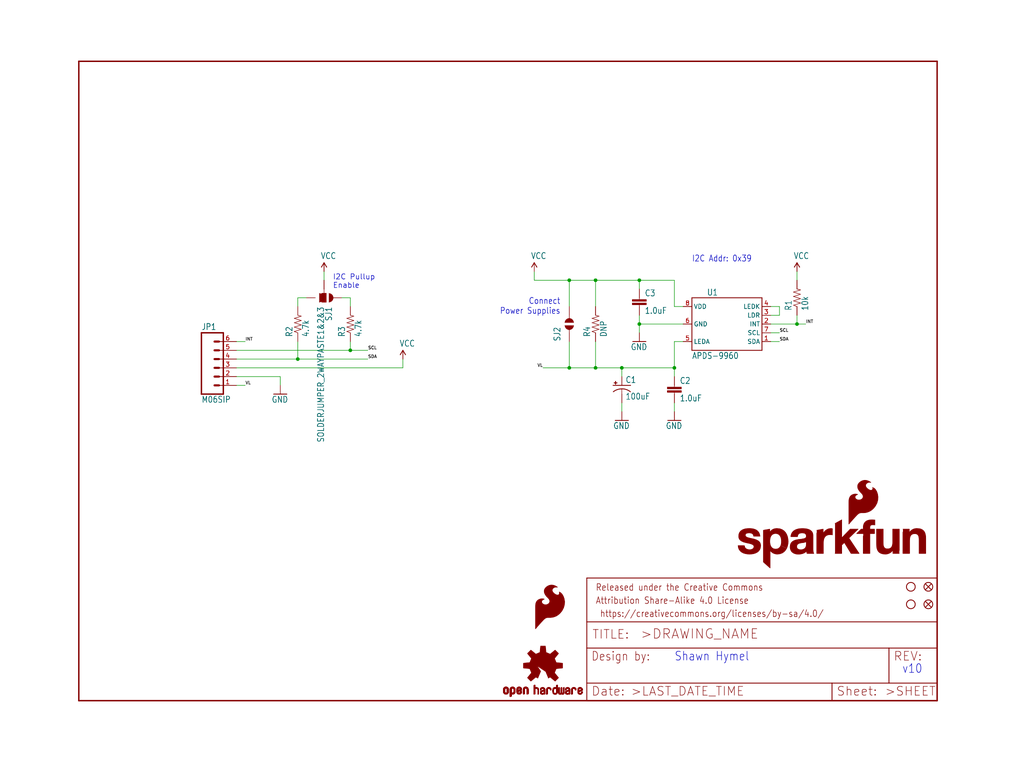
<source format=kicad_sch>
(kicad_sch (version 20211123) (generator eeschema)
  (paper "User" 297.002 223.926)
  (lib_symbols
    (symbol "eagleSchem-eagle-import:1.0UF-16V-10%(0603)"
      (property "Reference" "C" (at 1.524 2.921 0))
      (property "Value" "1.0UF-16V-10%(0603)" (at 1.524 -2.159 0))
      (symbol "1.0UF-16V-10%(0603)_1_0"
        (pin passive line (at 0 5.08 270) (length 2.54) (name "1") (number "1"))
        (pin passive line (at 0 -2.54 90) (length 2.54) (name "2") (number "2"))
      )
    )
    (symbol "eagleSchem-eagle-import:100UF-10V-10%(TANT)"
      (property "Reference" "C" (at 1.016 0.635 0))
      (property "Value" "100UF-10V-10%(TANT)" (at 1.016 -4.191 0))
      (symbol "100UF-10V-10%(TANT)_1_0"
        (pin passive line (at 0 2.54 270) (length 2.54) (name "+") (number "A"))
        (pin passive line (at 0 -5.08 90) (length 2.54) (name "-") (number "C"))
      )
    )
    (symbol "eagleSchem-eagle-import:10KOHM1{slash}10W1%(0603)0603"
      (property "Reference" "R" (at -3.81 1.4986 0))
      (property "Value" "10KOHM1{slash}10W1%(0603)0603" (at -3.81 -3.302 0))
      (symbol "10KOHM1{slash}10W1%(0603)0603_1_0"
        (pin passive line (at -5.08 0 0) (length 2.54) (name "1") (number "1"))
        (pin passive line (at 5.08 0 180) (length 2.54) (name "2") (number "2"))
      )
    )
    (symbol "eagleSchem-eagle-import:4.7KOHM1{slash}10W1%(0603)"
      (property "Reference" "R" (at -3.81 1.4986 0))
      (property "Value" "4.7KOHM1{slash}10W1%(0603)" (at -3.81 -3.302 0))
      (symbol "4.7KOHM1{slash}10W1%(0603)_1_0"
        (pin passive line (at -5.08 0 0) (length 2.54) (name "1") (number "1"))
        (pin passive line (at 5.08 0 180) (length 2.54) (name "2") (number "2"))
      )
    )
    (symbol "eagleSchem-eagle-import:APDS-9960"
      (property "Reference" "U" (at -2.54 10.16 0))
      (property "Value" "APDS-9960" (at -10.16 -10.16 0))
      (symbol "APDS-9960_1_0"
        (pin bidirectional line (at 12.7 -5.08 180) (length 2.54) (name "SDA") (number "1"))
        (pin bidirectional line (at 12.7 0 180) (length 2.54) (name "INT") (number "2"))
        (pin bidirectional line (at 12.7 2.54 180) (length 2.54) (name "LDR") (number "3"))
        (pin bidirectional line (at 12.7 5.08 180) (length 2.54) (name "LEDK") (number "4"))
        (pin bidirectional line (at -12.7 -5.08 0) (length 2.54) (name "LEDA") (number "5"))
        (pin bidirectional line (at -12.7 0 0) (length 2.54) (name "GND") (number "6"))
        (pin bidirectional line (at 12.7 -2.54 180) (length 2.54) (name "SCL") (number "7"))
        (pin bidirectional line (at -12.7 5.08 0) (length 2.54) (name "VDD") (number "8"))
      )
    )
    (symbol "eagleSchem-eagle-import:FIDUCIAL1X2")
    (symbol "eagleSchem-eagle-import:FRAME-LETTER"
      (symbol "FRAME-LETTER_2_0"
        (text " https://creativecommons.org/licenses/by-sa/4.0/" (at 2.54 24.13 0) (effects (font (size 1.9304 1.6408)) (justify left bottom)))
        (text ">DRAWING_NAME" (at 15.494 17.78 0) (effects (font (size 2.7432 2.7432)) (justify left bottom)))
        (text ">LAST_DATE_TIME" (at 12.7 1.27 0) (effects (font (size 2.54 2.54)) (justify left bottom)))
        (text ">SHEET" (at 86.36 1.27 0) (effects (font (size 2.54 2.54)) (justify left bottom)))
        (text "Attribution Share-Alike 4.0 License" (at 2.54 27.94 0) (effects (font (size 1.9304 1.6408)) (justify left bottom)))
        (text "Date:" (at 1.27 1.27 0) (effects (font (size 2.54 2.54)) (justify left bottom)))
        (text "Design by:" (at 1.27 11.43 0) (effects (font (size 2.54 2.159)) (justify left bottom)))
        (text "Released under the Creative Commons" (at 2.54 31.75 0) (effects (font (size 1.9304 1.6408)) (justify left bottom)))
        (text "REV:" (at 88.9 11.43 0) (effects (font (size 2.54 2.54)) (justify left bottom)))
        (text "Sheet:" (at 72.39 1.27 0) (effects (font (size 2.54 2.54)) (justify left bottom)))
        (text "TITLE:" (at 1.524 17.78 0) (effects (font (size 2.54 2.54)) (justify left bottom)))
      )
    )
    (symbol "eagleSchem-eagle-import:GND" (power)
      (property "Value" "GND" (at -2.54 -2.54 0))
      (symbol "GND_1_0"
        (pin power_in line (at 0 2.54 270) (length 2.54) (name "GND") (number "1"))
      )
    )
    (symbol "eagleSchem-eagle-import:M06SIP"
      (property "Reference" "JP" (at -5.08 10.922 0))
      (property "Value" "M06SIP" (at -5.08 -10.16 0))
      (symbol "M06SIP_1_0"
        (pin passive line (at 5.08 -5.08 180) (length 5.08) (name "1") (number "1"))
        (pin passive line (at 5.08 -2.54 180) (length 5.08) (name "2") (number "2"))
        (pin passive line (at 5.08 0 180) (length 5.08) (name "3") (number "3"))
        (pin passive line (at 5.08 2.54 180) (length 5.08) (name "4") (number "4"))
        (pin passive line (at 5.08 5.08 180) (length 5.08) (name "5") (number "5"))
        (pin passive line (at 5.08 7.62 180) (length 5.08) (name "6") (number "6"))
      )
    )
    (symbol "eagleSchem-eagle-import:OSHW-LOGOS")
    (symbol "eagleSchem-eagle-import:RESISTOR0603"
      (property "Reference" "R" (at -3.81 1.4986 0))
      (property "Value" "RESISTOR0603" (at -3.81 -3.302 0))
      (symbol "RESISTOR0603_1_0"
        (pin passive line (at -5.08 0 0) (length 2.54) (name "1") (number "1"))
        (pin passive line (at 5.08 0 180) (length 2.54) (name "2") (number "2"))
      )
    )
    (symbol "eagleSchem-eagle-import:SFE_LOGO_FLAME.1_INCH")
    (symbol "eagleSchem-eagle-import:SFE_LOGO_NAME_FLAME.1_INCH")
    (symbol "eagleSchem-eagle-import:SOLDERJUMPERNC"
      (property "Reference" "SJ" (at -2.54 2.54 0))
      (property "Value" "SOLDERJUMPERNC" (at -2.54 -5.08 0))
      (symbol "SOLDERJUMPERNC_1_0"
        (pin passive line (at -5.08 0 0) (length 2.54) (name "1") (number "1"))
        (pin passive line (at 5.08 0 180) (length 2.54) (name "2") (number "2"))
      )
    )
    (symbol "eagleSchem-eagle-import:SOLDERJUMPER_2WAYPASTE1&2&3"
      (property "Reference" "SJ" (at 2.54 0.381 0))
      (property "Value" "SOLDERJUMPER_2WAYPASTE1&2&3" (at 2.54 -1.905 0))
      (symbol "SOLDERJUMPER_2WAYPASTE1&2&3_1_0"
        (pin passive line (at 0 5.08 270) (length 2.54) (name "1") (number "1"))
        (pin passive line (at -5.08 0 0) (length 2.54) (name "2") (number "2"))
        (pin passive line (at 0 -5.08 90) (length 2.54) (name "3") (number "3"))
      )
    )
    (symbol "eagleSchem-eagle-import:STAND-OFF")
    (symbol "eagleSchem-eagle-import:VCC" (power)
      (property "Value" "VCC" (at -1.016 3.556 0))
      (symbol "VCC_1_0"
        (pin power_in line (at 0 0 90) (length 2.54) (name "VCC") (number "1"))
      )
    )
  )
  (junction (at 165.1 81.28))
  (junction (at 231.14 93.98))
  (junction (at 185.42 93.98))
  (junction (at 180.34 106.68))
  (junction (at 86.36 104.14))
  (junction (at 165.1 106.68))
  (junction (at 195.58 106.68))
  (junction (at 101.6 101.6))
  (junction (at 172.72 81.28))
  (junction (at 185.42 81.28))
  (junction (at 172.72 106.68))
  (wire (pts (xy 223.52 93.98) (xy 231.14 93.98)))
  (wire (pts (xy 185.42 93.98) (xy 185.42 96.52)))
  (wire (pts (xy 198.12 99.06) (xy 195.58 99.06)))
  (wire (pts (xy 165.1 106.68) (xy 157.48 106.68)))
  (wire (pts (xy 68.58 99.06) (xy 71.12 99.06)))
  (wire (pts (xy 116.84 106.68) (xy 116.84 104.14)))
  (wire (pts (xy 154.94 81.28) (xy 154.94 78.74)))
  (wire (pts (xy 93.98 78.74) (xy 93.98 81.28)))
  (wire (pts (xy 195.58 106.68) (xy 180.34 106.68)))
  (wire (pts (xy 101.6 99.06) (xy 101.6 101.6)))
  (wire (pts (xy 231.14 91.44) (xy 231.14 93.98)))
  (wire (pts (xy 68.58 101.6) (xy 101.6 101.6)))
  (wire (pts (xy 180.34 109.22) (xy 180.34 106.68)))
  (wire (pts (xy 185.42 81.28) (xy 172.72 81.28)))
  (wire (pts (xy 180.34 106.68) (xy 172.72 106.68)))
  (wire (pts (xy 165.1 99.06) (xy 165.1 106.68)))
  (wire (pts (xy 195.58 99.06) (xy 195.58 106.68)))
  (wire (pts (xy 226.06 88.9) (xy 226.06 91.44)))
  (wire (pts (xy 88.9 86.36) (xy 86.36 86.36)))
  (wire (pts (xy 195.58 106.68) (xy 195.58 109.22)))
  (wire (pts (xy 172.72 81.28) (xy 172.72 88.9)))
  (wire (pts (xy 68.58 104.14) (xy 86.36 104.14)))
  (wire (pts (xy 68.58 111.76) (xy 71.12 111.76)))
  (wire (pts (xy 223.52 99.06) (xy 226.06 99.06)))
  (wire (pts (xy 86.36 99.06) (xy 86.36 104.14)))
  (wire (pts (xy 195.58 119.38) (xy 195.58 116.84)))
  (wire (pts (xy 101.6 86.36) (xy 101.6 88.9)))
  (wire (pts (xy 185.42 83.82) (xy 185.42 81.28)))
  (wire (pts (xy 226.06 91.44) (xy 223.52 91.44)))
  (wire (pts (xy 231.14 78.74) (xy 231.14 81.28)))
  (wire (pts (xy 223.52 88.9) (xy 226.06 88.9)))
  (wire (pts (xy 81.28 109.22) (xy 81.28 111.76)))
  (wire (pts (xy 180.34 116.84) (xy 180.34 119.38)))
  (wire (pts (xy 172.72 99.06) (xy 172.72 106.68)))
  (wire (pts (xy 68.58 106.68) (xy 116.84 106.68)))
  (wire (pts (xy 101.6 101.6) (xy 106.68 101.6)))
  (wire (pts (xy 195.58 88.9) (xy 195.58 81.28)))
  (wire (pts (xy 86.36 86.36) (xy 86.36 88.9)))
  (wire (pts (xy 185.42 93.98) (xy 198.12 93.98)))
  (wire (pts (xy 185.42 91.44) (xy 185.42 93.98)))
  (wire (pts (xy 198.12 88.9) (xy 195.58 88.9)))
  (wire (pts (xy 165.1 81.28) (xy 165.1 88.9)))
  (wire (pts (xy 223.52 96.52) (xy 226.06 96.52)))
  (wire (pts (xy 172.72 106.68) (xy 165.1 106.68)))
  (wire (pts (xy 99.06 86.36) (xy 101.6 86.36)))
  (wire (pts (xy 165.1 81.28) (xy 154.94 81.28)))
  (wire (pts (xy 195.58 81.28) (xy 185.42 81.28)))
  (wire (pts (xy 68.58 109.22) (xy 81.28 109.22)))
  (wire (pts (xy 172.72 81.28) (xy 165.1 81.28)))
  (wire (pts (xy 86.36 104.14) (xy 106.68 104.14)))
  (wire (pts (xy 231.14 93.98) (xy 233.68 93.98)))
  (text "I2C Addr: 0x39" (at 200.66 76.2 180) (effects (font (size 1.778 1.5113)) (justify left bottom)))
  (text "Connect\nPower Supplies" (at 162.56 88.9 180) (effects (font (size 1.778 1.5113)) (justify right)))
  (text "I2C Pullup\nEnable" (at 96.52 83.82 180) (effects (font (size 1.524 1.524)) (justify left bottom)))
  (text "v10" (at 261.62 195.58 180) (effects (font (size 2.54 2.159)) (justify left bottom)))
  (text "Shawn Hymel" (at 195.58 190.5 180) (effects (font (size 2.54 2.159)) (justify left)))
  (label "SDA" (at 226.06 99.06 0) (effects (font (size 0.889 0.889))))
  (label "SDA" (at 106.68 104.14 0) (effects (font (size 0.889 0.889))))
  (label "SCL" (at 226.06 96.52 0) (effects (font (size 0.889 0.889))))
  (label "SCL" (at 106.68 101.6 0) (effects (font (size 0.889 0.889))))
  (label "VL" (at 157.48 106.68 180) (effects (font (size 0.889 0.889))))
  (label "INT" (at 71.12 99.06 0) (effects (font (size 0.889 0.889))))
  (label "INT" (at 233.68 93.98 0) (effects (font (size 0.889 0.889))))
  (label "VL" (at 71.12 111.76 0) (effects (font (size 0.889 0.889))))
  (symbol (lib_id "eagleSchem-eagle-import:RESISTOR0603") (at 172.72 93.98 90) (unit 1)
    (property "Reference" "R4" (at 171.2214 97.79 0) (effects (font (size 1.778 1.5113)) (justify left bottom)))
    (property "Value" "DNP" (at 176.022 97.79 0) (effects (font (size 1.778 1.5113)) (justify left bottom)))
    (property "Footprint" "eagleSchem:0603-RES" (effects hide))
  )
  (symbol (lib_id "eagleSchem-eagle-import:M06SIP") (at 63.5 106.68 0) (unit 1)
    (property "Reference" "JP1" (at 58.42 95.758 0) (effects (font (size 1.778 1.5113)) (justify left bottom)))
    (property "Value" "M06SIP" (at 58.42 116.84 0) (effects (font (size 1.778 1.5113)) (justify left bottom)))
    (property "Footprint" "eagleSchem:1X06" (effects hide))
  )
  (symbol (lib_id "eagleSchem-eagle-import:4.7KOHM1{slash}10W1%(0603)") (at 86.36 93.98 90) (unit 1)
    (property "Reference" "R2" (at 84.8614 97.79 0) (effects (font (size 1.778 1.5113)) (justify left bottom)))
    (property "Value" "4.7k" (at 89.662 97.79 0) (effects (font (size 1.778 1.5113)) (justify left bottom)))
    (property "Footprint" "eagleSchem:0603" (effects hide))
  )
  (symbol (lib_id "eagleSchem-eagle-import:GND") (at 185.42 99.06 0) (unit 1)
    (property "Reference" "#GND2" (effects hide))
    (property "Value" "GND" (at 182.88 101.6 0) (effects (font (size 1.778 1.5113)) (justify left bottom)))
    (property "Footprint" "eagleSchem:" (effects hide))
  )
  (symbol (lib_id "eagleSchem-eagle-import:APDS-9960") (at 210.82 93.98 0) (unit 1)
    (property "Reference" "U1" (at 208.28 83.82 0) (effects (font (size 1.778 1.5113)) (justify right top)))
    (property "Value" "APDS-9960" (at 200.66 104.14 0) (effects (font (size 1.778 1.5113)) (justify left bottom)))
    (property "Footprint" "eagleSchem:APDS-9960" (effects hide))
  )
  (symbol (lib_id "eagleSchem-eagle-import:STAND-OFF") (at 264.16 170.18 0) (unit 1)
    (property "Reference" "STANDOFF1" (effects hide))
    (property "Value" "STAND-OFF" (effects hide))
    (property "Footprint" "eagleSchem:STAND-OFF" (effects hide))
  )
  (symbol (lib_id "eagleSchem-eagle-import:FIDUCIAL1X2") (at 269.24 175.26 0) (unit 1)
    (property "Reference" "FID2" (effects hide))
    (property "Value" "FIDUCIAL1X2" (effects hide))
    (property "Footprint" "eagleSchem:FIDUCIAL-1X2" (effects hide))
  )
  (symbol (lib_id "eagleSchem-eagle-import:4.7KOHM1{slash}10W1%(0603)") (at 101.6 93.98 90) (unit 1)
    (property "Reference" "R3" (at 100.1014 97.79 0) (effects (font (size 1.778 1.5113)) (justify left bottom)))
    (property "Value" "4.7k" (at 104.902 97.79 0) (effects (font (size 1.778 1.5113)) (justify left bottom)))
    (property "Footprint" "eagleSchem:0603" (effects hide))
  )
  (symbol (lib_id "eagleSchem-eagle-import:VCC") (at 93.98 78.74 0) (unit 1)
    (property "Reference" "#SUPPLY2" (effects hide))
    (property "Value" "VCC" (at 92.964 75.184 0) (effects (font (size 1.778 1.5113)) (justify left bottom)))
    (property "Footprint" "eagleSchem:" (effects hide))
  )
  (symbol (lib_id "eagleSchem-eagle-import:FRAME-LETTER") (at 22.86 203.2 0) (unit 1)
    (property "Reference" "FRAME1" (effects hide))
    (property "Value" "FRAME-LETTER" (effects hide))
    (property "Footprint" "eagleSchem:CREATIVE_COMMONS" (effects hide))
  )
  (symbol (lib_id "eagleSchem-eagle-import:GND") (at 81.28 114.3 0) (unit 1)
    (property "Reference" "#GND1" (effects hide))
    (property "Value" "GND" (at 78.74 116.84 0) (effects (font (size 1.778 1.5113)) (justify left bottom)))
    (property "Footprint" "eagleSchem:" (effects hide))
  )
  (symbol (lib_id "eagleSchem-eagle-import:SFE_LOGO_FLAME.1_INCH") (at 154.94 182.88 0) (unit 1)
    (property "Reference" "LOGO1" (effects hide))
    (property "Value" "SFE_LOGO_FLAME.1_INCH" (effects hide))
    (property "Footprint" "eagleSchem:SFE_LOGO_FLAME_.1" (effects hide))
  )
  (symbol (lib_id "eagleSchem-eagle-import:1.0UF-16V-10%(0603)") (at 185.42 88.9 0) (unit 1)
    (property "Reference" "C3" (at 186.944 85.979 0) (effects (font (size 1.778 1.5113)) (justify left bottom)))
    (property "Value" "1.0uF" (at 186.944 91.059 0) (effects (font (size 1.778 1.5113)) (justify left bottom)))
    (property "Footprint" "eagleSchem:0603-CAP" (effects hide))
  )
  (symbol (lib_id "eagleSchem-eagle-import:OSHW-LOGOS") (at 157.48 193.04 0) (unit 1)
    (property "Reference" "LOGO2" (effects hide))
    (property "Value" "OSHW-LOGOS" (effects hide))
    (property "Footprint" "eagleSchem:OSHW-LOGO-S" (effects hide))
  )
  (symbol (lib_id "eagleSchem-eagle-import:STAND-OFF") (at 264.16 175.26 0) (unit 1)
    (property "Reference" "STANDOFF2" (effects hide))
    (property "Value" "STAND-OFF" (effects hide))
    (property "Footprint" "eagleSchem:STAND-OFF" (effects hide))
  )
  (symbol (lib_id "eagleSchem-eagle-import:SOLDERJUMPERNC") (at 165.1 93.98 90) (unit 1)
    (property "Reference" "SJ2" (at 162.56 99.06 0) (effects (font (size 1.778 1.5113)) (justify left bottom)))
    (property "Value" "SOLDERJUMPERNC" (effects hide))
    (property "Footprint" "eagleSchem:SJ_2S" (effects hide))
  )
  (symbol (lib_id "eagleSchem-eagle-import:GND") (at 195.58 121.92 0) (unit 1)
    (property "Reference" "#GND3" (effects hide))
    (property "Value" "GND" (at 193.04 124.46 0) (effects (font (size 1.778 1.5113)) (justify left bottom)))
    (property "Footprint" "eagleSchem:" (effects hide))
  )
  (symbol (lib_id "eagleSchem-eagle-import:SOLDERJUMPER_2WAYPASTE1&2&3") (at 93.98 86.36 270) (unit 1)
    (property "Reference" "SJ1" (at 94.361 88.9 0) (effects (font (size 1.778 1.5113)) (justify left bottom)))
    (property "Value" "SOLDERJUMPER_2WAYPASTE1&2&3" (at 92.075 88.9 0) (effects (font (size 1.778 1.5113)) (justify left bottom)))
    (property "Footprint" "eagleSchem:SJ_3_PASTE1&2&3" (effects hide))
  )
  (symbol (lib_id "eagleSchem-eagle-import:FIDUCIAL1X2") (at 269.24 170.18 0) (unit 1)
    (property "Reference" "FID1" (effects hide))
    (property "Value" "FIDUCIAL1X2" (effects hide))
    (property "Footprint" "eagleSchem:FIDUCIAL-1X2" (effects hide))
  )
  (symbol (lib_id "eagleSchem-eagle-import:GND") (at 180.34 121.92 0) (unit 1)
    (property "Reference" "#GND4" (effects hide))
    (property "Value" "GND" (at 177.8 124.46 0) (effects (font (size 1.778 1.5113)) (justify left bottom)))
    (property "Footprint" "eagleSchem:" (effects hide))
  )
  (symbol (lib_id "eagleSchem-eagle-import:10KOHM1{slash}10W1%(0603)0603") (at 231.14 86.36 90) (unit 1)
    (property "Reference" "R1" (at 229.6414 90.17 0) (effects (font (size 1.778 1.5113)) (justify left bottom)))
    (property "Value" "10k" (at 234.442 90.17 0) (effects (font (size 1.778 1.5113)) (justify left bottom)))
    (property "Footprint" "eagleSchem:0603-RES" (effects hide))
  )
  (symbol (lib_id "eagleSchem-eagle-import:SFE_LOGO_NAME_FLAME.1_INCH") (at 213.36 165.1 0) (unit 1)
    (property "Reference" "U$1" (effects hide))
    (property "Value" "SFE_LOGO_NAME_FLAME.1_INCH" (effects hide))
    (property "Footprint" "eagleSchem:SFE_LOGO_NAME_FLAME_.1" (effects hide))
  )
  (symbol (lib_id "eagleSchem-eagle-import:VCC") (at 154.94 78.74 0) (unit 1)
    (property "Reference" "#SUPPLY4" (effects hide))
    (property "Value" "VCC" (at 153.924 75.184 0) (effects (font (size 1.778 1.5113)) (justify left bottom)))
    (property "Footprint" "eagleSchem:" (effects hide))
  )
  (symbol (lib_id "eagleSchem-eagle-import:VCC") (at 231.14 78.74 0) (unit 1)
    (property "Reference" "#SUPPLY3" (effects hide))
    (property "Value" "VCC" (at 230.124 75.184 0) (effects (font (size 1.778 1.5113)) (justify left bottom)))
    (property "Footprint" "eagleSchem:" (effects hide))
  )
  (symbol (lib_id "eagleSchem-eagle-import:VCC") (at 116.84 104.14 0) (unit 1)
    (property "Reference" "#SUPPLY1" (effects hide))
    (property "Value" "VCC" (at 115.824 100.584 0) (effects (font (size 1.778 1.5113)) (justify left bottom)))
    (property "Footprint" "eagleSchem:" (effects hide))
  )
  (symbol (lib_id "eagleSchem-eagle-import:FRAME-LETTER") (at 170.18 203.2 0) (unit 2)
    (property "Reference" "FRAME1" (effects hide))
    (property "Value" "FRAME-LETTER" (effects hide))
    (property "Footprint" "eagleSchem:CREATIVE_COMMONS" (effects hide))
  )
  (symbol (lib_id "eagleSchem-eagle-import:1.0UF-16V-10%(0603)") (at 195.58 114.3 0) (unit 1)
    (property "Reference" "C2" (at 197.104 111.379 0) (effects (font (size 1.778 1.5113)) (justify left bottom)))
    (property "Value" "1.0uF" (at 197.104 116.459 0) (effects (font (size 1.778 1.5113)) (justify left bottom)))
    (property "Footprint" "eagleSchem:0603-CAP" (effects hide))
  )
  (symbol (lib_id "eagleSchem-eagle-import:100UF-10V-10%(TANT)") (at 180.34 111.76 0) (unit 1)
    (property "Reference" "C1" (at 181.356 111.125 0) (effects (font (size 1.778 1.5113)) (justify left bottom)))
    (property "Value" "100uF" (at 181.356 115.951 0) (effects (font (size 1.778 1.5113)) (justify left bottom)))
    (property "Footprint" "eagleSchem:EIA7343" (effects hide))
  )
)
</source>
